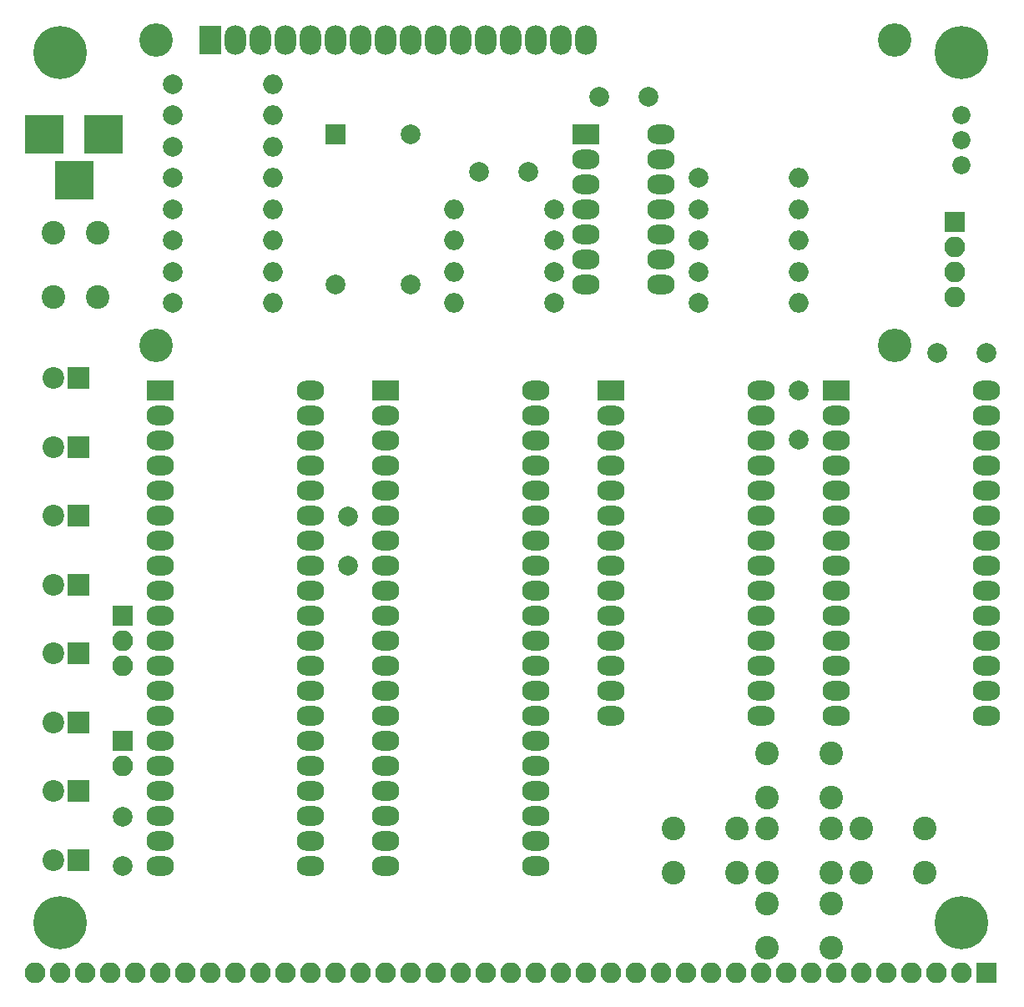
<source format=gts>
G04 #@! TF.FileFunction,Soldermask,Top*
%FSLAX46Y46*%
G04 Gerber Fmt 4.6, Leading zero omitted, Abs format (unit mm)*
G04 Created by KiCad (PCBNEW 4.0.7) date 11/28/19 14:34:16*
%MOMM*%
%LPD*%
G01*
G04 APERTURE LIST*
%ADD10C,0.100000*%
%ADD11R,2.100000X2.100000*%
%ADD12O,2.100000X2.100000*%
%ADD13R,3.900000X3.900000*%
%ADD14C,5.400000*%
%ADD15C,2.000000*%
%ADD16O,2.000000X2.000000*%
%ADD17R,2.000000X2.000000*%
%ADD18R,2.200000X2.200000*%
%ADD19C,2.200000*%
%ADD20C,1.840000*%
%ADD21C,2.400000*%
%ADD22R,2.800000X2.000000*%
%ADD23O,2.800000X2.000000*%
%ADD24R,2.200000X3.000000*%
%ADD25O,2.200000X3.000000*%
%ADD26C,3.400000*%
G04 APERTURE END LIST*
D10*
D11*
X198120000Y-145415000D03*
D12*
X195580000Y-145415000D03*
X193040000Y-145415000D03*
X190500000Y-145415000D03*
X187960000Y-145415000D03*
X185420000Y-145415000D03*
X182880000Y-145415000D03*
X180340000Y-145415000D03*
X177800000Y-145415000D03*
X175260000Y-145415000D03*
X172720000Y-145415000D03*
X170180000Y-145415000D03*
X167640000Y-145415000D03*
X165100000Y-145415000D03*
X162560000Y-145415000D03*
X160020000Y-145415000D03*
X157480000Y-145415000D03*
X154940000Y-145415000D03*
X152400000Y-145415000D03*
X149860000Y-145415000D03*
X147320000Y-145415000D03*
X144780000Y-145415000D03*
X142240000Y-145415000D03*
X139700000Y-145415000D03*
X137160000Y-145415000D03*
X134620000Y-145415000D03*
X132080000Y-145415000D03*
X129540000Y-145415000D03*
X127000000Y-145415000D03*
X124460000Y-145415000D03*
X121920000Y-145415000D03*
X119380000Y-145415000D03*
X116840000Y-145415000D03*
X114300000Y-145415000D03*
X111760000Y-145415000D03*
X109220000Y-145415000D03*
X106680000Y-145415000D03*
X104140000Y-145415000D03*
X101600000Y-145415000D03*
D13*
X108585000Y-60325000D03*
X102585000Y-60325000D03*
X105585000Y-65025000D03*
D14*
X104140000Y-140335000D03*
X195580000Y-140335000D03*
X195580000Y-52070000D03*
X104140000Y-52070000D03*
D15*
X133350000Y-104140000D03*
X133350000Y-99140000D03*
X179070000Y-86360000D03*
X179070000Y-91360000D03*
X198120000Y-82550000D03*
X193120000Y-82550000D03*
X110490000Y-134620000D03*
X110490000Y-129620000D03*
X163830000Y-56515000D03*
X158830000Y-56515000D03*
X146685000Y-64135000D03*
X151685000Y-64135000D03*
D11*
X110490000Y-121920000D03*
D12*
X110490000Y-124460000D03*
D15*
X154305000Y-77470000D03*
D16*
X144145000Y-77470000D03*
D15*
X154305000Y-74295000D03*
D16*
X144145000Y-74295000D03*
D15*
X154305000Y-71120000D03*
D16*
X144145000Y-71120000D03*
D15*
X168910000Y-77470000D03*
D16*
X179070000Y-77470000D03*
D15*
X168910000Y-64770000D03*
D16*
X179070000Y-64770000D03*
D15*
X168910000Y-67945000D03*
D16*
X179070000Y-67945000D03*
D15*
X115570000Y-55245000D03*
D16*
X125730000Y-55245000D03*
D15*
X115570000Y-58420000D03*
D16*
X125730000Y-58420000D03*
D15*
X115570000Y-61595000D03*
D16*
X125730000Y-61595000D03*
D17*
X132080000Y-60325000D03*
D15*
X139700000Y-60325000D03*
X139700000Y-75565000D03*
X132080000Y-75565000D03*
D18*
X106045000Y-85090000D03*
D19*
X103505000Y-85090000D03*
D18*
X106045000Y-92075000D03*
D19*
X103505000Y-92075000D03*
D18*
X106045000Y-99060000D03*
D19*
X103505000Y-99060000D03*
D18*
X106045000Y-106045000D03*
D19*
X103505000Y-106045000D03*
D18*
X106045000Y-113030000D03*
D19*
X103505000Y-113030000D03*
D18*
X106045000Y-120015000D03*
D19*
X103505000Y-120015000D03*
D18*
X106045000Y-127000000D03*
D19*
X103505000Y-127000000D03*
D18*
X106045000Y-133985000D03*
D19*
X103505000Y-133985000D03*
D11*
X110490000Y-109220000D03*
D12*
X110490000Y-111760000D03*
X110490000Y-114300000D03*
D15*
X154305000Y-67945000D03*
D16*
X144145000Y-67945000D03*
D15*
X168910000Y-71120000D03*
D16*
X179070000Y-71120000D03*
D15*
X168910000Y-74295000D03*
D16*
X179070000Y-74295000D03*
D15*
X115570000Y-64770000D03*
D16*
X125730000Y-64770000D03*
D15*
X115570000Y-67945000D03*
D16*
X125730000Y-67945000D03*
D15*
X115570000Y-71120000D03*
D16*
X125730000Y-71120000D03*
D15*
X115570000Y-74295000D03*
D16*
X125730000Y-74295000D03*
D15*
X115570000Y-77470000D03*
D16*
X125730000Y-77470000D03*
D20*
X195580000Y-58420000D03*
X195580000Y-60960000D03*
X195580000Y-63500000D03*
D21*
X108005000Y-76835000D03*
X103505000Y-76835000D03*
X108005000Y-70335000D03*
X103505000Y-70335000D03*
X175895000Y-135310000D03*
X175895000Y-130810000D03*
X182395000Y-135310000D03*
X182395000Y-130810000D03*
X175895000Y-127690000D03*
X175895000Y-123190000D03*
X182395000Y-127690000D03*
X182395000Y-123190000D03*
X175895000Y-142930000D03*
X175895000Y-138430000D03*
X182395000Y-142930000D03*
X182395000Y-138430000D03*
X166370000Y-135310000D03*
X166370000Y-130810000D03*
X172870000Y-135310000D03*
X172870000Y-130810000D03*
X185420000Y-135310000D03*
X185420000Y-130810000D03*
X191920000Y-135310000D03*
X191920000Y-130810000D03*
D22*
X137160000Y-86360000D03*
D23*
X152400000Y-134620000D03*
X137160000Y-88900000D03*
X152400000Y-132080000D03*
X137160000Y-91440000D03*
X152400000Y-129540000D03*
X137160000Y-93980000D03*
X152400000Y-127000000D03*
X137160000Y-96520000D03*
X152400000Y-124460000D03*
X137160000Y-99060000D03*
X152400000Y-121920000D03*
X137160000Y-101600000D03*
X152400000Y-119380000D03*
X137160000Y-104140000D03*
X152400000Y-116840000D03*
X137160000Y-106680000D03*
X152400000Y-114300000D03*
X137160000Y-109220000D03*
X152400000Y-111760000D03*
X137160000Y-111760000D03*
X152400000Y-109220000D03*
X137160000Y-114300000D03*
X152400000Y-106680000D03*
X137160000Y-116840000D03*
X152400000Y-104140000D03*
X137160000Y-119380000D03*
X152400000Y-101600000D03*
X137160000Y-121920000D03*
X152400000Y-99060000D03*
X137160000Y-124460000D03*
X152400000Y-96520000D03*
X137160000Y-127000000D03*
X152400000Y-93980000D03*
X137160000Y-129540000D03*
X152400000Y-91440000D03*
X137160000Y-132080000D03*
X152400000Y-88900000D03*
X137160000Y-134620000D03*
X152400000Y-86360000D03*
D22*
X160020000Y-86360000D03*
D23*
X175260000Y-119380000D03*
X160020000Y-88900000D03*
X175260000Y-116840000D03*
X160020000Y-91440000D03*
X175260000Y-114300000D03*
X160020000Y-93980000D03*
X175260000Y-111760000D03*
X160020000Y-96520000D03*
X175260000Y-109220000D03*
X160020000Y-99060000D03*
X175260000Y-106680000D03*
X160020000Y-101600000D03*
X175260000Y-104140000D03*
X160020000Y-104140000D03*
X175260000Y-101600000D03*
X160020000Y-106680000D03*
X175260000Y-99060000D03*
X160020000Y-109220000D03*
X175260000Y-96520000D03*
X160020000Y-111760000D03*
X175260000Y-93980000D03*
X160020000Y-114300000D03*
X175260000Y-91440000D03*
X160020000Y-116840000D03*
X175260000Y-88900000D03*
X160020000Y-119380000D03*
X175260000Y-86360000D03*
D22*
X182880000Y-86360000D03*
D23*
X198120000Y-119380000D03*
X182880000Y-88900000D03*
X198120000Y-116840000D03*
X182880000Y-91440000D03*
X198120000Y-114300000D03*
X182880000Y-93980000D03*
X198120000Y-111760000D03*
X182880000Y-96520000D03*
X198120000Y-109220000D03*
X182880000Y-99060000D03*
X198120000Y-106680000D03*
X182880000Y-101600000D03*
X198120000Y-104140000D03*
X182880000Y-104140000D03*
X198120000Y-101600000D03*
X182880000Y-106680000D03*
X198120000Y-99060000D03*
X182880000Y-109220000D03*
X198120000Y-96520000D03*
X182880000Y-111760000D03*
X198120000Y-93980000D03*
X182880000Y-114300000D03*
X198120000Y-91440000D03*
X182880000Y-116840000D03*
X198120000Y-88900000D03*
X182880000Y-119380000D03*
X198120000Y-86360000D03*
D22*
X114300000Y-86360000D03*
D23*
X129540000Y-134620000D03*
X114300000Y-88900000D03*
X129540000Y-132080000D03*
X114300000Y-91440000D03*
X129540000Y-129540000D03*
X114300000Y-93980000D03*
X129540000Y-127000000D03*
X114300000Y-96520000D03*
X129540000Y-124460000D03*
X114300000Y-99060000D03*
X129540000Y-121920000D03*
X114300000Y-101600000D03*
X129540000Y-119380000D03*
X114300000Y-104140000D03*
X129540000Y-116840000D03*
X114300000Y-106680000D03*
X129540000Y-114300000D03*
X114300000Y-109220000D03*
X129540000Y-111760000D03*
X114300000Y-111760000D03*
X129540000Y-109220000D03*
X114300000Y-114300000D03*
X129540000Y-106680000D03*
X114300000Y-116840000D03*
X129540000Y-104140000D03*
X114300000Y-119380000D03*
X129540000Y-101600000D03*
X114300000Y-121920000D03*
X129540000Y-99060000D03*
X114300000Y-124460000D03*
X129540000Y-96520000D03*
X114300000Y-127000000D03*
X129540000Y-93980000D03*
X114300000Y-129540000D03*
X129540000Y-91440000D03*
X114300000Y-132080000D03*
X129540000Y-88900000D03*
X114300000Y-134620000D03*
X129540000Y-86360000D03*
D22*
X157480000Y-60325000D03*
D23*
X165100000Y-75565000D03*
X157480000Y-62865000D03*
X165100000Y-73025000D03*
X157480000Y-65405000D03*
X165100000Y-70485000D03*
X157480000Y-67945000D03*
X165100000Y-67945000D03*
X157480000Y-70485000D03*
X165100000Y-65405000D03*
X157480000Y-73025000D03*
X165100000Y-62865000D03*
X157480000Y-75565000D03*
X165100000Y-60325000D03*
D24*
X119380000Y-50800000D03*
D25*
X121920000Y-50800000D03*
X124460000Y-50800000D03*
X127000000Y-50800000D03*
X129540000Y-50800000D03*
X132080000Y-50800000D03*
X134620000Y-50800000D03*
X137160000Y-50800000D03*
X139700000Y-50800000D03*
X142240000Y-50800000D03*
X144780000Y-50800000D03*
X147320000Y-50800000D03*
X149860000Y-50800000D03*
X152400000Y-50800000D03*
X154940000Y-50800000D03*
X157480000Y-50800000D03*
D26*
X113880900Y-50800000D03*
X113880900Y-81800700D03*
X188879480Y-81800700D03*
X188880000Y-50800000D03*
D11*
X194945000Y-69215000D03*
D12*
X194945000Y-71755000D03*
X194945000Y-74295000D03*
X194945000Y-76835000D03*
M02*

</source>
